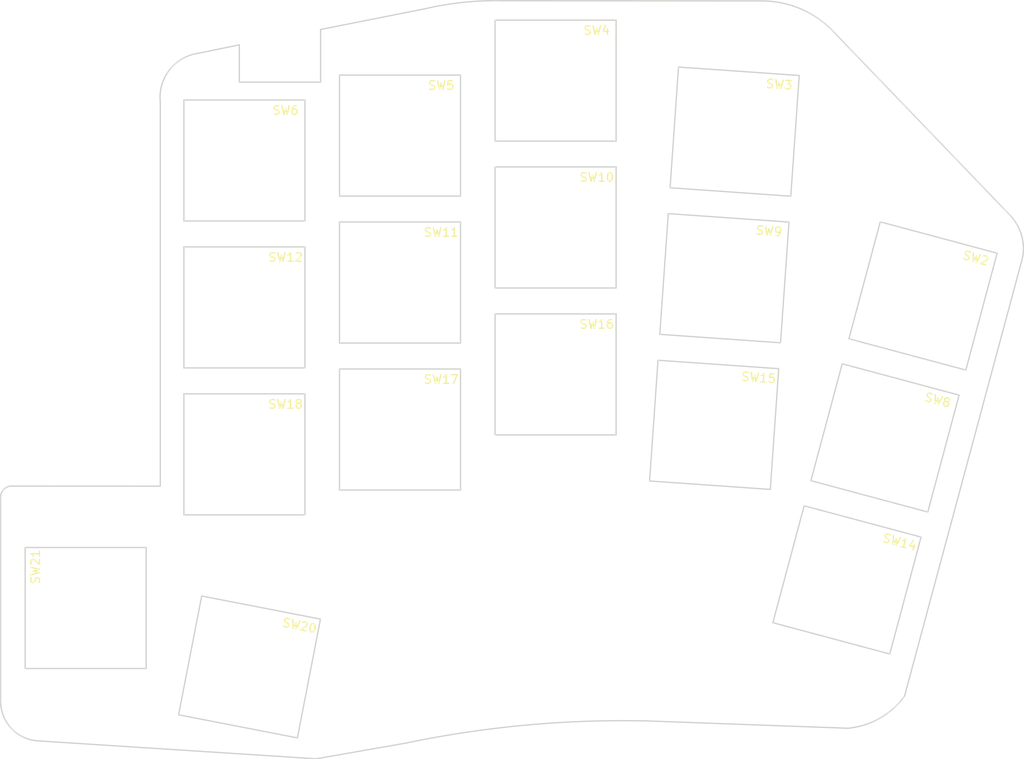
<source format=kicad_pcb>
(kicad_pcb (version 20171130) (host pcbnew 5.1.10)

  (general
    (thickness 1.6)
    (drawings 23)
    (tracks 0)
    (zones 0)
    (modules 17)
    (nets 1)
  )

  (page A4)
  (title_block
    (title hypergolic)
    (date 2020-12-26)
    (rev 0.1)
    (company broomlabs)
  )

  (layers
    (0 F.Cu signal)
    (31 B.Cu signal)
    (32 B.Adhes user)
    (33 F.Adhes user)
    (34 B.Paste user)
    (35 F.Paste user)
    (36 B.SilkS user hide)
    (37 F.SilkS user hide)
    (38 B.Mask user)
    (39 F.Mask user)
    (40 Dwgs.User user)
    (41 Cmts.User user)
    (42 Eco1.User user)
    (43 Eco2.User user)
    (44 Edge.Cuts user)
    (45 Margin user)
    (46 B.CrtYd user)
    (47 F.CrtYd user)
    (48 B.Fab user)
    (49 F.Fab user)
  )

  (setup
    (last_trace_width 0.25)
    (user_trace_width 0.5)
    (trace_clearance 0.2)
    (zone_clearance 0.508)
    (zone_45_only no)
    (trace_min 0.2)
    (via_size 0.6)
    (via_drill 0.4)
    (via_min_size 0.4)
    (via_min_drill 0.3)
    (uvia_size 0.3)
    (uvia_drill 0.1)
    (uvias_allowed no)
    (uvia_min_size 0.2)
    (uvia_min_drill 0.1)
    (edge_width 0.15)
    (segment_width 0.15)
    (pcb_text_width 0.3)
    (pcb_text_size 1.5 1.5)
    (mod_edge_width 0.15)
    (mod_text_size 1 1)
    (mod_text_width 0.15)
    (pad_size 1.5 2)
    (pad_drill 0.5)
    (pad_to_mask_clearance 0.2)
    (aux_axis_origin 145.73 12.66)
    (visible_elements FFFFEFFF)
    (pcbplotparams
      (layerselection 0x010c0_ffffffff)
      (usegerberextensions true)
      (usegerberattributes false)
      (usegerberadvancedattributes false)
      (creategerberjobfile false)
      (excludeedgelayer true)
      (linewidth 0.020000)
      (plotframeref false)
      (viasonmask false)
      (mode 1)
      (useauxorigin false)
      (hpglpennumber 1)
      (hpglpenspeed 20)
      (hpglpendiameter 15.000000)
      (psnegative false)
      (psa4output false)
      (plotreference true)
      (plotvalue true)
      (plotinvisibletext false)
      (padsonsilk false)
      (subtractmaskfromsilk false)
      (outputformat 1)
      (mirror false)
      (drillshape 0)
      (scaleselection 1)
      (outputdirectory "right"))
  )

  (net 0 "")

  (net_class Default "これは標準のネット クラスです。"
    (clearance 0.2)
    (trace_width 0.25)
    (via_dia 0.6)
    (via_drill 0.4)
    (uvia_dia 0.3)
    (uvia_drill 0.1)
  )

  (module Kailh:SW_PG1350_cut (layer B.Cu) (tedit 5F05DFF4) (tstamp 60493F21)
    (at 137.7686 56.7394 165)
    (descr "Kailh \"Choc\" PG1350 keyswitch, able to be mounted on front or back of PCB")
    (tags kailh,choc)
    (path /6049E323)
    (fp_text reference SW2 (at 4.98 5.69 165) (layer Dwgs.User) hide
      (effects (font (size 1 1) (thickness 0.15)))
    )
    (fp_text value SW_Push (at -0.07 -8.17 165) (layer Dwgs.User) hide
      (effects (font (size 1 1) (thickness 0.15)))
    )
    (fp_text user %V (at 0 -8.255 345) (layer F.Fab)
      (effects (font (size 1 1) (thickness 0.15)))
    )
    (fp_text user %R (at -4.76 5.8 345) (layer F.SilkS)
      (effects (font (size 1 1) (thickness 0.15)))
    )
    (fp_line (start -7 7) (end 7 7) (layer Edge.Cuts) (width 0.15))
    (fp_line (start -7 -7) (end 7 -7) (layer Edge.Cuts) (width 0.15))
    (fp_line (start -7 -7) (end -7 7) (layer Edge.Cuts) (width 0.15))
    (fp_line (start 7 -7) (end 7 7) (layer Edge.Cuts) (width 0.15))
  )

  (module Kailh:SW_PG1350_cut (layer B.Cu) (tedit 5F05DFF4) (tstamp 60493FE4)
    (at 133.3687 73.1601 165)
    (descr "Kailh \"Choc\" PG1350 keyswitch, able to be mounted on front or back of PCB")
    (tags kailh,choc)
    (path /604A6C6C)
    (fp_text reference SW8 (at 4.98 5.69 165) (layer Dwgs.User) hide
      (effects (font (size 1 1) (thickness 0.15)))
    )
    (fp_text value SW_Push (at -0.07 -8.17 165) (layer Dwgs.User) hide
      (effects (font (size 1 1) (thickness 0.15)))
    )
    (fp_text user %V (at 0 -8.255 345) (layer F.Fab)
      (effects (font (size 1 1) (thickness 0.15)))
    )
    (fp_text user %R (at -4.76 5.8 345) (layer F.SilkS)
      (effects (font (size 1 1) (thickness 0.15)))
    )
    (fp_line (start -7 7) (end 7 7) (layer Edge.Cuts) (width 0.15))
    (fp_line (start -7 -7) (end 7 -7) (layer Edge.Cuts) (width 0.15))
    (fp_line (start -7 -7) (end -7 7) (layer Edge.Cuts) (width 0.15))
    (fp_line (start 7 -7) (end 7 7) (layer Edge.Cuts) (width 0.15))
  )

  (module Kailh:SW_PG1350_cut (layer B.Cu) (tedit 5F05DFF4) (tstamp 604940A7)
    (at 128.9675 89.5857 165)
    (descr "Kailh \"Choc\" PG1350 keyswitch, able to be mounted on front or back of PCB")
    (tags kailh,choc)
    (path /604BAD64)
    (fp_text reference SW14 (at 4.98 5.69 165) (layer Dwgs.User) hide
      (effects (font (size 1 1) (thickness 0.15)))
    )
    (fp_text value SW_Push (at -0.07 -8.17 165) (layer Dwgs.User) hide
      (effects (font (size 1 1) (thickness 0.15)))
    )
    (fp_text user %V (at 0 -8.255 345) (layer F.Fab)
      (effects (font (size 1 1) (thickness 0.15)))
    )
    (fp_text user %R (at -4.76 5.8 345) (layer F.SilkS)
      (effects (font (size 1 1) (thickness 0.15)))
    )
    (fp_line (start -7 7) (end 7 7) (layer Edge.Cuts) (width 0.15))
    (fp_line (start -7 -7) (end 7 -7) (layer Edge.Cuts) (width 0.15))
    (fp_line (start -7 -7) (end -7 7) (layer Edge.Cuts) (width 0.15))
    (fp_line (start 7 -7) (end 7 7) (layer Edge.Cuts) (width 0.15))
  )

  (module Kailh:SW_PG1350_cut (layer B.Cu) (tedit 5F05DFF4) (tstamp 60493FBD)
    (at 59.26 41.064 180)
    (descr "Kailh \"Choc\" PG1350 keyswitch, able to be mounted on front or back of PCB")
    (tags kailh,choc)
    (path /6049F698)
    (fp_text reference SW6 (at 4.98 5.69 180) (layer Dwgs.User) hide
      (effects (font (size 1 1) (thickness 0.15)))
    )
    (fp_text value SW_Push (at -0.07 -8.17 180) (layer Dwgs.User) hide
      (effects (font (size 1 1) (thickness 0.15)))
    )
    (fp_text user %V (at 0 -8.255) (layer F.Fab)
      (effects (font (size 1 1) (thickness 0.15)))
    )
    (fp_text user %R (at -4.76 5.8) (layer F.SilkS)
      (effects (font (size 1 1) (thickness 0.15)))
    )
    (fp_text user "CPG1232 - 12.7x13.7 plate cutout" (at 0 7.7 180) (layer Cmts.User)
      (effects (font (size 1 1) (thickness 0.15)))
    )
    (fp_line (start -7 7) (end 7 7) (layer Edge.Cuts) (width 0.15))
    (fp_line (start -7 -7) (end 7 -7) (layer Edge.Cuts) (width 0.15))
    (fp_line (start -7 -7) (end -7 7) (layer Edge.Cuts) (width 0.15))
    (fp_line (start 7 -7) (end 7 7) (layer Edge.Cuts) (width 0.15))
  )

  (module Kailh:SW_PG1350_cut (layer B.Cu) (tedit 5F05DFF4) (tstamp 60493F6F)
    (at 95.26 31.824 180)
    (descr "Kailh \"Choc\" PG1350 keyswitch, able to be mounted on front or back of PCB")
    (tags kailh,choc)
    (path /6049EB70)
    (fp_text reference SW4 (at 4.98 5.69 180) (layer Dwgs.User) hide
      (effects (font (size 1 1) (thickness 0.15)))
    )
    (fp_text value SW_Push (at -0.07 -8.17 180) (layer Dwgs.User) hide
      (effects (font (size 1 1) (thickness 0.15)))
    )
    (fp_text user %V (at 0 -8.255) (layer F.Fab)
      (effects (font (size 1 1) (thickness 0.15)))
    )
    (fp_text user %R (at -4.76 5.8) (layer F.SilkS)
      (effects (font (size 1 1) (thickness 0.15)))
    )
    (fp_text user "CPG1232 - 12.7x13.7 plate cutout" (at 0 7.7 180) (layer Cmts.User)
      (effects (font (size 1 1) (thickness 0.15)))
    )
    (fp_line (start -7 7) (end 7 7) (layer Edge.Cuts) (width 0.15))
    (fp_line (start -7 -7) (end 7 -7) (layer Edge.Cuts) (width 0.15))
    (fp_line (start -7 -7) (end -7 7) (layer Edge.Cuts) (width 0.15))
    (fp_line (start 7 -7) (end 7 7) (layer Edge.Cuts) (width 0.15))
  )

  (module Kailh:SW_PG1350_cut (layer B.Cu) (tedit 5F05DFF4) (tstamp 60493F96)
    (at 77.26 38.184 180)
    (descr "Kailh \"Choc\" PG1350 keyswitch, able to be mounted on front or back of PCB")
    (tags kailh,choc)
    (path /6049F636)
    (fp_text reference SW5 (at 4.98 5.69 180) (layer Dwgs.User) hide
      (effects (font (size 1 1) (thickness 0.15)))
    )
    (fp_text value SW_Push (at -0.07 -8.17 180) (layer Dwgs.User) hide
      (effects (font (size 1 1) (thickness 0.15)))
    )
    (fp_text user %V (at 0 -8.255) (layer F.Fab)
      (effects (font (size 1 1) (thickness 0.15)))
    )
    (fp_text user %R (at -4.76 5.8) (layer F.SilkS)
      (effects (font (size 1 1) (thickness 0.15)))
    )
    (fp_text user "CPG1232 - 12.7x13.7 plate cutout" (at 0 7.7 180) (layer Cmts.User)
      (effects (font (size 1 1) (thickness 0.15)))
    )
    (fp_line (start -7 7) (end 7 7) (layer Edge.Cuts) (width 0.15))
    (fp_line (start -7 -7) (end 7 -7) (layer Edge.Cuts) (width 0.15))
    (fp_line (start -7 -7) (end -7 7) (layer Edge.Cuts) (width 0.15))
    (fp_line (start 7 -7) (end 7 7) (layer Edge.Cuts) (width 0.15))
  )

  (module Kailh:SW_PG1350_cut (layer B.Cu) (tedit 5F05DFF4) (tstamp 6049400B)
    (at 114.7889 54.6842 176)
    (descr "Kailh \"Choc\" PG1350 keyswitch, able to be mounted on front or back of PCB")
    (tags kailh,choc)
    (path /604A6D52)
    (fp_text reference SW9 (at 4.98 5.69 176) (layer Dwgs.User) hide
      (effects (font (size 1 1) (thickness 0.15)))
    )
    (fp_text value SW_Push (at -0.07 -8.17 176) (layer Dwgs.User) hide
      (effects (font (size 1 1) (thickness 0.15)))
    )
    (fp_text user %V (at 0 -8.255 356) (layer F.Fab)
      (effects (font (size 1 1) (thickness 0.15)))
    )
    (fp_text user %R (at -4.76 5.8 356) (layer F.SilkS)
      (effects (font (size 1 1) (thickness 0.15)))
    )
    (fp_text user "CPG1232 - 12.7x13.7 plate cutout" (at 0 7.7 176) (layer Cmts.User)
      (effects (font (size 1 1) (thickness 0.15)))
    )
    (fp_line (start -7 7) (end 7 7) (layer Edge.Cuts) (width 0.15))
    (fp_line (start -7 -7) (end 7 -7) (layer Edge.Cuts) (width 0.15))
    (fp_line (start -7 -7) (end -7 7) (layer Edge.Cuts) (width 0.15))
    (fp_line (start 7 -7) (end 7 7) (layer Edge.Cuts) (width 0.15))
  )

  (module Kailh:SW_PG1350_cut (layer B.Cu) (tedit 5F05DFF4) (tstamp 60494032)
    (at 95.26 48.814 180)
    (descr "Kailh \"Choc\" PG1350 keyswitch, able to be mounted on front or back of PCB")
    (tags kailh,choc)
    (path /604A6D5C)
    (fp_text reference SW10 (at 4.98 5.69 180) (layer Dwgs.User) hide
      (effects (font (size 1 1) (thickness 0.15)))
    )
    (fp_text value SW_Push (at -0.07 -8.17 180) (layer Dwgs.User) hide
      (effects (font (size 1 1) (thickness 0.15)))
    )
    (fp_text user %V (at 0 -8.255) (layer F.Fab)
      (effects (font (size 1 1) (thickness 0.15)))
    )
    (fp_text user %R (at -4.76 5.8) (layer F.SilkS)
      (effects (font (size 1 1) (thickness 0.15)))
    )
    (fp_text user "CPG1232 - 12.7x13.7 plate cutout" (at 0 7.7 180) (layer Cmts.User)
      (effects (font (size 1 1) (thickness 0.15)))
    )
    (fp_line (start -7 7) (end 7 7) (layer Edge.Cuts) (width 0.15))
    (fp_line (start -7 -7) (end 7 -7) (layer Edge.Cuts) (width 0.15))
    (fp_line (start -7 -7) (end -7 7) (layer Edge.Cuts) (width 0.15))
    (fp_line (start 7 -7) (end 7 7) (layer Edge.Cuts) (width 0.15))
  )

  (module Kailh:SW_PG1350_cut (layer B.Cu) (tedit 5F05DFF4) (tstamp 60494059)
    (at 77.26 55.184 180)
    (descr "Kailh \"Choc\" PG1350 keyswitch, able to be mounted on front or back of PCB")
    (tags kailh,choc)
    (path /604A6D66)
    (fp_text reference SW11 (at 4.98 5.69 180) (layer Dwgs.User) hide
      (effects (font (size 1 1) (thickness 0.15)))
    )
    (fp_text value SW_Push (at -0.07 -8.17 180) (layer Dwgs.User) hide
      (effects (font (size 1 1) (thickness 0.15)))
    )
    (fp_text user %V (at 0 -8.255) (layer F.Fab)
      (effects (font (size 1 1) (thickness 0.15)))
    )
    (fp_text user %R (at -4.76 5.8) (layer F.SilkS)
      (effects (font (size 1 1) (thickness 0.15)))
    )
    (fp_text user "CPG1232 - 12.7x13.7 plate cutout" (at 0 7.7 180) (layer Cmts.User)
      (effects (font (size 1 1) (thickness 0.15)))
    )
    (fp_line (start -7 7) (end 7 7) (layer Edge.Cuts) (width 0.15))
    (fp_line (start -7 -7) (end 7 -7) (layer Edge.Cuts) (width 0.15))
    (fp_line (start -7 -7) (end -7 7) (layer Edge.Cuts) (width 0.15))
    (fp_line (start 7 -7) (end 7 7) (layer Edge.Cuts) (width 0.15))
  )

  (module Kailh:SW_PG1350_cut (layer B.Cu) (tedit 5F05DFF4) (tstamp 604940CE)
    (at 113.6027 71.6477 176)
    (descr "Kailh \"Choc\" PG1350 keyswitch, able to be mounted on front or back of PCB")
    (tags kailh,choc)
    (path /604BAF06)
    (fp_text reference SW15 (at 4.98 5.69 176) (layer Dwgs.User) hide
      (effects (font (size 1 1) (thickness 0.15)))
    )
    (fp_text value SW_Push (at -0.07 -8.17 176) (layer Dwgs.User) hide
      (effects (font (size 1 1) (thickness 0.15)))
    )
    (fp_text user %V (at 0 -8.255 356) (layer F.Fab)
      (effects (font (size 1 1) (thickness 0.15)))
    )
    (fp_text user %R (at -4.76 5.8 356) (layer F.SilkS)
      (effects (font (size 1 1) (thickness 0.15)))
    )
    (fp_text user "CPG1232 - 12.7x13.7 plate cutout" (at 0 7.7 176) (layer Cmts.User)
      (effects (font (size 1 1) (thickness 0.15)))
    )
    (fp_line (start -7 7) (end 7 7) (layer Edge.Cuts) (width 0.15))
    (fp_line (start -7 -7) (end 7 -7) (layer Edge.Cuts) (width 0.15))
    (fp_line (start -7 -7) (end -7 7) (layer Edge.Cuts) (width 0.15))
    (fp_line (start 7 -7) (end 7 7) (layer Edge.Cuts) (width 0.15))
  )

  (module Kailh:SW_PG1350_cut (layer B.Cu) (tedit 5F05DFF4) (tstamp 604940F5)
    (at 95.26 65.814 180)
    (descr "Kailh \"Choc\" PG1350 keyswitch, able to be mounted on front or back of PCB")
    (tags kailh,choc)
    (path /604BAF10)
    (fp_text reference SW16 (at 4.98 5.69 180) (layer Dwgs.User) hide
      (effects (font (size 1 1) (thickness 0.15)))
    )
    (fp_text value SW_Push (at -0.07 -8.17 180) (layer Dwgs.User) hide
      (effects (font (size 1 1) (thickness 0.15)))
    )
    (fp_text user %V (at 0 -8.255) (layer F.Fab)
      (effects (font (size 1 1) (thickness 0.15)))
    )
    (fp_text user %R (at -4.76 5.8) (layer F.SilkS)
      (effects (font (size 1 1) (thickness 0.15)))
    )
    (fp_text user "CPG1232 - 12.7x13.7 plate cutout" (at 0 7.7 180) (layer Cmts.User)
      (effects (font (size 1 1) (thickness 0.15)))
    )
    (fp_line (start -7 7) (end 7 7) (layer Edge.Cuts) (width 0.15))
    (fp_line (start -7 -7) (end 7 -7) (layer Edge.Cuts) (width 0.15))
    (fp_line (start -7 -7) (end -7 7) (layer Edge.Cuts) (width 0.15))
    (fp_line (start 7 -7) (end 7 7) (layer Edge.Cuts) (width 0.15))
  )

  (module Kailh:SW_PG1350_cut (layer B.Cu) (tedit 5F05DFF4) (tstamp 6049411C)
    (at 77.26 72.189 180)
    (descr "Kailh \"Choc\" PG1350 keyswitch, able to be mounted on front or back of PCB")
    (tags kailh,choc)
    (path /604BAF1A)
    (fp_text reference SW17 (at 4.98 5.69 180) (layer Dwgs.User) hide
      (effects (font (size 1 1) (thickness 0.15)))
    )
    (fp_text value SW_Push (at -0.07 -8.17 180) (layer Dwgs.User) hide
      (effects (font (size 1 1) (thickness 0.15)))
    )
    (fp_text user %V (at 0 -8.255) (layer F.Fab)
      (effects (font (size 1 1) (thickness 0.15)))
    )
    (fp_text user %R (at -4.76 5.8) (layer F.SilkS)
      (effects (font (size 1 1) (thickness 0.15)))
    )
    (fp_text user "CPG1232 - 12.7x13.7 plate cutout" (at 0 7.7 180) (layer Cmts.User)
      (effects (font (size 1 1) (thickness 0.15)))
    )
    (fp_line (start -7 7) (end 7 7) (layer Edge.Cuts) (width 0.15))
    (fp_line (start -7 -7) (end 7 -7) (layer Edge.Cuts) (width 0.15))
    (fp_line (start -7 -7) (end -7 7) (layer Edge.Cuts) (width 0.15))
    (fp_line (start 7 -7) (end 7 7) (layer Edge.Cuts) (width 0.15))
  )

  (module Kailh:SW_PG1350_cut (layer B.Cu) (tedit 5F05DFF4) (tstamp 6049416A)
    (at 59.852 99.658 169)
    (descr "Kailh \"Choc\" PG1350 keyswitch, able to be mounted on front or back of PCB")
    (tags kailh,choc)
    (path /604A14C0)
    (fp_text reference SW20 (at 4.98 5.69 169) (layer Dwgs.User) hide
      (effects (font (size 1 1) (thickness 0.15)))
    )
    (fp_text value SW_Push (at -0.07 -8.17 169) (layer Dwgs.User) hide
      (effects (font (size 1 1) (thickness 0.15)))
    )
    (fp_text user %V (at 0 -8.255 349) (layer F.Fab)
      (effects (font (size 1 1) (thickness 0.15)))
    )
    (fp_text user %R (at -4.76 5.8 349) (layer F.SilkS)
      (effects (font (size 1 1) (thickness 0.15)))
    )
    (fp_text user "CPG1232 - 12.7x13.7 plate cutout" (at 0 7.7 169) (layer Cmts.User)
      (effects (font (size 1 1) (thickness 0.15)))
    )
    (fp_line (start -7 7) (end 7 7) (layer Edge.Cuts) (width 0.15))
    (fp_line (start -7 -7) (end 7 -7) (layer Edge.Cuts) (width 0.15))
    (fp_line (start -7 -7) (end -7 7) (layer Edge.Cuts) (width 0.15))
    (fp_line (start 7 -7) (end 7 7) (layer Edge.Cuts) (width 0.15))
  )

  (module Kailh:SW_PG1350_cut (layer B.Cu) (tedit 5F05DFF4) (tstamp 60494080)
    (at 59.26 58.064 180)
    (descr "Kailh \"Choc\" PG1350 keyswitch, able to be mounted on front or back of PCB")
    (tags kailh,choc)
    (path /604A6D70)
    (fp_text reference SW12 (at 4.98 5.69 180) (layer Dwgs.User) hide
      (effects (font (size 1 1) (thickness 0.15)))
    )
    (fp_text value SW_Push (at -0.07 -8.17 180) (layer Dwgs.User) hide
      (effects (font (size 1 1) (thickness 0.15)))
    )
    (fp_text user %V (at 0 -8.255) (layer F.Fab)
      (effects (font (size 1 1) (thickness 0.15)))
    )
    (fp_text user %R (at -4.76 5.8) (layer F.SilkS)
      (effects (font (size 1 1) (thickness 0.15)))
    )
    (fp_text user "CPG1232 - 12.7x13.7 plate cutout" (at 0 7.7 180) (layer Cmts.User)
      (effects (font (size 1 1) (thickness 0.15)))
    )
    (fp_line (start -7 7) (end 7 7) (layer Edge.Cuts) (width 0.15))
    (fp_line (start -7 -7) (end 7 -7) (layer Edge.Cuts) (width 0.15))
    (fp_line (start -7 -7) (end -7 7) (layer Edge.Cuts) (width 0.15))
    (fp_line (start 7 -7) (end 7 7) (layer Edge.Cuts) (width 0.15))
  )

  (module Kailh:SW_PG1350_cut (layer B.Cu) (tedit 5F05DFF4) (tstamp 60493F48)
    (at 115.9747 37.7256 176)
    (descr "Kailh \"Choc\" PG1350 keyswitch, able to be mounted on front or back of PCB")
    (tags kailh,choc)
    (path /6049E7C0)
    (fp_text reference SW3 (at 4.98 5.69 176) (layer Dwgs.User) hide
      (effects (font (size 1 1) (thickness 0.15)))
    )
    (fp_text value SW_Push (at -0.07 -8.17 176) (layer Dwgs.User) hide
      (effects (font (size 1 1) (thickness 0.15)))
    )
    (fp_text user %V (at 0 -8.255 356) (layer F.Fab)
      (effects (font (size 1 1) (thickness 0.15)))
    )
    (fp_text user %R (at -4.76 5.8 356) (layer F.SilkS)
      (effects (font (size 1 1) (thickness 0.15)))
    )
    (fp_text user "CPG1232 - 12.7x13.7 plate cutout" (at 0 7.7 176) (layer Cmts.User)
      (effects (font (size 1 1) (thickness 0.15)))
    )
    (fp_line (start -7 7) (end 7 7) (layer Edge.Cuts) (width 0.15))
    (fp_line (start -7 -7) (end 7 -7) (layer Edge.Cuts) (width 0.15))
    (fp_line (start -7 -7) (end -7 7) (layer Edge.Cuts) (width 0.15))
    (fp_line (start 7 -7) (end 7 7) (layer Edge.Cuts) (width 0.15))
  )

  (module Kailh:SW_PG1350_cut (layer B.Cu) (tedit 5F05DFF4) (tstamp 60494143)
    (at 59.26 75.064 180)
    (descr "Kailh \"Choc\" PG1350 keyswitch, able to be mounted on front or back of PCB")
    (tags kailh,choc)
    (path /604BAF24)
    (fp_text reference SW18 (at 4.98 5.69 180) (layer Dwgs.User) hide
      (effects (font (size 1 1) (thickness 0.15)))
    )
    (fp_text value SW_Push (at -0.07 -8.17 180) (layer Dwgs.User) hide
      (effects (font (size 1 1) (thickness 0.15)))
    )
    (fp_text user %V (at 0 -8.255) (layer F.Fab)
      (effects (font (size 1 1) (thickness 0.15)))
    )
    (fp_text user %R (at -4.76 5.8) (layer F.SilkS)
      (effects (font (size 1 1) (thickness 0.15)))
    )
    (fp_text user "CPG1232 - 12.7x13.7 plate cutout" (at 0 7.7 180) (layer Cmts.User)
      (effects (font (size 1 1) (thickness 0.15)))
    )
    (fp_line (start -7 7) (end 7 7) (layer Edge.Cuts) (width 0.15))
    (fp_line (start -7 -7) (end 7 -7) (layer Edge.Cuts) (width 0.15))
    (fp_line (start -7 -7) (end -7 7) (layer Edge.Cuts) (width 0.15))
    (fp_line (start 7 -7) (end 7 7) (layer Edge.Cuts) (width 0.15))
  )

  (module Kailh:SW_PG1350_cut (layer B.Cu) (tedit 5F05DFF4) (tstamp 60494191)
    (at 40.894 92.837 270)
    (descr "Kailh \"Choc\" PG1350 keyswitch, able to be mounted on front or back of PCB")
    (tags kailh,choc)
    (path /604A14CA)
    (fp_text reference SW21 (at 4.98 5.69 270) (layer Dwgs.User) hide
      (effects (font (size 1 1) (thickness 0.15)))
    )
    (fp_text value SW_Push (at -0.07 -8.17 270) (layer Dwgs.User) hide
      (effects (font (size 1 1) (thickness 0.15)))
    )
    (fp_text user "CPG1232 - 12.7x13.7 plate cutout" (at 0 7.7 270) (layer Cmts.User)
      (effects (font (size 1 1) (thickness 0.15)))
    )
    (fp_text user %R (at -4.76 5.8 90) (layer F.SilkS)
      (effects (font (size 1 1) (thickness 0.15)))
    )
    (fp_text user %V (at 0 -8.255 90) (layer F.Fab)
      (effects (font (size 1 1) (thickness 0.15)))
    )
    (fp_line (start -7 7) (end 7 7) (layer Edge.Cuts) (width 0.15))
    (fp_line (start -7 -7) (end 7 -7) (layer Edge.Cuts) (width 0.15))
    (fp_line (start -7 -7) (end -7 7) (layer Edge.Cuts) (width 0.15))
    (fp_line (start 7 -7) (end 7 7) (layer Edge.Cuts) (width 0.15))
  )

  (gr_line (start 68.072 25.908) (end 80.226393 23.495399) (angle 90) (layer Edge.Cuts) (width 0.15) (tstamp 60EC0FE3))
  (gr_line (start 58.674 32.004) (end 68.072 32.004) (angle 90) (layer Edge.Cuts) (width 0.15) (tstamp 60EC0FDC))
  (gr_line (start 68.072 32.004) (end 68.072 25.908) (angle 90) (layer Edge.Cuts) (width 0.15) (tstamp 60EC0FD6))
  (gr_line (start 58.674 32.004) (end 58.674 27.686) (angle 90) (layer Edge.Cuts) (width 0.15) (tstamp 60EC0FD3))
  (gr_line (start 67.307187 110.265456) (end 35.306 108.204) (layer Edge.Cuts) (width 0.15))
  (gr_line (start 77.978 108.458) (end 67.818 110.236) (layer Edge.Cuts) (width 0.15) (tstamp 5FCF486D))
  (gr_arc (start 35.642701 103.632) (end 35.306 108.204) (angle 85.78810506) (layer Edge.Cuts) (width 0.15) (tstamp 603C244F))
  (gr_arc (start 67.466954 108.592186) (end 67.818 110.236) (angle 17.50894085) (layer Edge.Cuts) (width 0.15))
  (gr_arc (start 88.368079 58.96879) (end 80.226393 23.495399) (angle 14.16454563) (layer Edge.Cuts) (width 0.15))
  (gr_arc (start 103.100718 229.109279) (end 105.808454 105.899903) (angle -13.02135768) (layer Edge.Cuts) (width 0.15))
  (gr_line (start 31.05832 103.632) (end 31.05832 80.01) (angle 90) (layer Edge.Cuts) (width 0.15) (tstamp 60366CA3))
  (gr_line (start 89.154528 22.581567) (end 119.126 22.606) (angle 90) (layer Edge.Cuts) (width 0.15) (tstamp 5FCF50EA))
  (gr_line (start 129.042052 106.749617) (end 105.808454 105.899903) (layer Edge.Cuts) (width 0.15) (tstamp 5FCF4866))
  (gr_arc (start 54.627507 33.74391) (end 49.53 34.29) (angle 87.32605082) (layer Edge.Cuts) (width 0.15) (tstamp 5FC4EA54))
  (gr_arc (start 128.265602 97.688346) (end 135.631602 103.022346) (angle 49.19263052) (layer Edge.Cuts) (width 0.15) (tstamp 5FC4DE23))
  (gr_line (start 127.583515 26.34735) (end 147.746161 47.30532) (angle 90) (layer Edge.Cuts) (width 0.15) (tstamp 5FC4CDE2))
  (gr_arc (start 143.805701 51.247296) (end 147.746161 47.30532) (angle 63.29582795) (layer Edge.Cuts) (width 0.15) (tstamp 5FC4CBB8))
  (gr_line (start 49.53 78.74) (end 49.53 34.29) (angle 90) (layer Edge.Cuts) (width 0.15) (tstamp 5F025174))
  (gr_arc (start 32.32832 80) (end 31.05832 80.01) (angle 94.05555909) (layer Edge.Cuts) (width 0.15))
  (gr_arc (start 119.126 34.036) (end 119.126 22.606) (angle 47.72631099) (layer Edge.Cuts) (width 0.15))
  (gr_line (start 32.408164 78.732473) (end 49.53 78.74) (angle 90) (layer Edge.Cuts) (width 0.15) (tstamp 5E8758B8))
  (gr_line (start 149.098 52.996) (end 135.631602 103.022346) (angle 90) (layer Edge.Cuts) (width 0.15))
  (gr_line (start 53.844201 28.67743) (end 58.674 27.686) (angle 90) (layer Edge.Cuts) (width 0.15))

)

</source>
